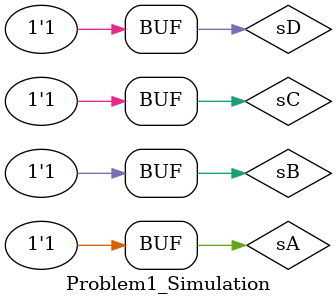
<source format=sv>
`timescale 1ns / 1ps

module Problem1_Simulation();

    logic sA, sB, sC, sD, sF;
    
    Problem1 UUT (
        .A(sA), .B(sB), .C(sC),
        .D(sD), .F(sF));
        
    initial begin
        // Use a for loop for each bit to generate each
        // possible combination instead of typing them manually
        //
        // Not sure if there's a better way to to this -
        // but it's better than typing every combination
        for (byte a = 0; a < 2; a++) begin
            for (byte b = 0; b < 2; b++) begin
                for (byte c = 0; c < 2; c++) begin
                    for (byte d = 0; d < 2; d++) begin
                        sA = a; sB = b;
                        sC = c; sD = d;
                        #10; // delay amount (ns)
                    end
                end
            end
        end
    end

endmodule

</source>
